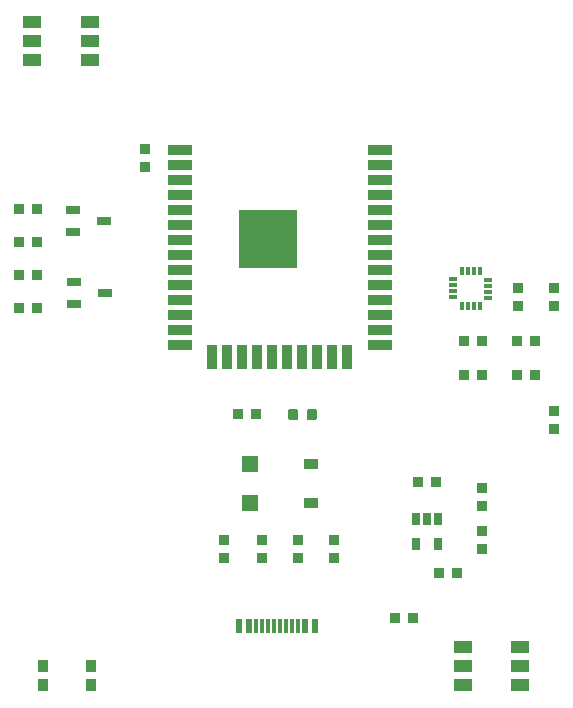
<source format=gtp>
G04 #@! TF.GenerationSoftware,KiCad,Pcbnew,(5.1.5)-3*
G04 #@! TF.CreationDate,2020-06-20T18:16:28+09:00*
G04 #@! TF.ProjectId,esp32-mp3-board,65737033-322d-46d7-9033-2d626f617264,rev?*
G04 #@! TF.SameCoordinates,Original*
G04 #@! TF.FileFunction,Paste,Top*
G04 #@! TF.FilePolarity,Positive*
%FSLAX46Y46*%
G04 Gerber Fmt 4.6, Leading zero omitted, Abs format (unit mm)*
G04 Created by KiCad (PCBNEW (5.1.5)-3) date 2020-06-20 18:16:28*
%MOMM*%
%LPD*%
G04 APERTURE LIST*
%ADD10R,1.500000X1.000000*%
%ADD11R,0.300000X1.160000*%
%ADD12R,0.600000X1.160000*%
%ADD13R,1.220000X0.650000*%
%ADD14R,0.900000X1.000000*%
%ADD15R,0.650000X1.060000*%
%ADD16R,5.000000X5.000000*%
%ADD17R,2.000000X0.900000*%
%ADD18R,0.900000X2.000000*%
%ADD19R,0.900000X0.900000*%
%ADD20R,1.397000X1.397000*%
%ADD21R,0.889000X0.889000*%
%ADD22R,0.750000X0.300000*%
%ADD23R,0.300000X0.750000*%
%ADD24C,0.100000*%
%ADD25R,1.200000X0.900000*%
G04 APERTURE END LIST*
D10*
X167420000Y-121600000D03*
X167420000Y-120000000D03*
X167420000Y-118400000D03*
X162520000Y-121600000D03*
X162520000Y-120000000D03*
X162520000Y-118400000D03*
X126074000Y-65456000D03*
X126074000Y-67056000D03*
X126074000Y-68656000D03*
X130974000Y-65456000D03*
X130974000Y-67056000D03*
X130974000Y-68656000D03*
D11*
X146062000Y-116616000D03*
X146562000Y-116616000D03*
X147062000Y-116616000D03*
X145062000Y-116616000D03*
X145562000Y-116616000D03*
X148062000Y-116616000D03*
X147562000Y-116616000D03*
X148562000Y-116616000D03*
D12*
X144412000Y-116616000D03*
X144412000Y-116616000D03*
X143612000Y-116616000D03*
X143612000Y-116616000D03*
X149212000Y-116616000D03*
X150012000Y-116616000D03*
X149212000Y-116616000D03*
X150012000Y-116616000D03*
D13*
X132247000Y-88392000D03*
X129627000Y-89342000D03*
X129627000Y-87442000D03*
X129510001Y-81347001D03*
X129510001Y-83247001D03*
X132130001Y-82297001D03*
D14*
X126982000Y-119977000D03*
X126982000Y-121577000D03*
X131082000Y-119977000D03*
X131082000Y-121577000D03*
D15*
X160462000Y-107485000D03*
X159512000Y-107485000D03*
X158562000Y-107485000D03*
X158562000Y-109685000D03*
X160462000Y-109685000D03*
D16*
X146066000Y-83827000D03*
D17*
X138566000Y-76327000D03*
X138566000Y-77597000D03*
X138566000Y-78867000D03*
X138566000Y-80137000D03*
X138566000Y-81407000D03*
X138566000Y-82677000D03*
X138566000Y-83947000D03*
X138566000Y-85217000D03*
X138566000Y-86487000D03*
X138566000Y-87757000D03*
X138566000Y-89027000D03*
X138566000Y-90297000D03*
X138566000Y-91567000D03*
X138566000Y-92837000D03*
D18*
X141351000Y-93837000D03*
X142621000Y-93837000D03*
X143891000Y-93837000D03*
X145161000Y-93837000D03*
X146431000Y-93837000D03*
X147701000Y-93837000D03*
X148971000Y-93837000D03*
X150241000Y-93837000D03*
X151511000Y-93837000D03*
X152781000Y-93837000D03*
D17*
X155566000Y-92837000D03*
X155566000Y-91567000D03*
X155566000Y-90297000D03*
X155566000Y-89027000D03*
X155566000Y-87757000D03*
X155566000Y-86487000D03*
X155566000Y-85217000D03*
X155566000Y-83947000D03*
X155566000Y-82677000D03*
X155566000Y-81407000D03*
X155566000Y-80137000D03*
X155566000Y-78867000D03*
X155566000Y-77597000D03*
X155566000Y-76327000D03*
D19*
X142367000Y-110871000D03*
X142367000Y-109347000D03*
X164211000Y-104902000D03*
X164211000Y-106426000D03*
X167259000Y-88011000D03*
X167259000Y-89535000D03*
X162687000Y-92456000D03*
X164211000Y-92456000D03*
X164211000Y-110109000D03*
X164211000Y-108585000D03*
X160528000Y-112141000D03*
X162052000Y-112141000D03*
X135636000Y-77724000D03*
X135636000Y-76200000D03*
X124968000Y-86868000D03*
X126492000Y-86868000D03*
X170307000Y-89535000D03*
X170307000Y-88011000D03*
X170307000Y-98425000D03*
X170307000Y-99949000D03*
D20*
X144526000Y-102870000D03*
X144526000Y-106172000D03*
D21*
X167132000Y-95377000D03*
X168656000Y-95377000D03*
X168656000Y-92456000D03*
X167132000Y-92456000D03*
X151638000Y-110871000D03*
X151638000Y-109347000D03*
X160274000Y-104394000D03*
X158750000Y-104394000D03*
X162687000Y-95377000D03*
X164211000Y-95377000D03*
X124968000Y-89662000D03*
X126492000Y-89662000D03*
X126492000Y-81280000D03*
X124968000Y-81280000D03*
X126492000Y-84074000D03*
X124968000Y-84074000D03*
X158369000Y-115951000D03*
X156845000Y-115951000D03*
X145034000Y-98679000D03*
X143510000Y-98679000D03*
X145542000Y-109347000D03*
X145542000Y-110871000D03*
X148590000Y-110871000D03*
X148590000Y-109347000D03*
D22*
X161755000Y-88739000D03*
X161755000Y-88239000D03*
X161755000Y-87239000D03*
X161755000Y-87739000D03*
D23*
X163975000Y-89499000D03*
X163475000Y-89499000D03*
X162975000Y-89499000D03*
X162475000Y-89499000D03*
X162475000Y-86519000D03*
X162975000Y-86519000D03*
X163475000Y-86519000D03*
X163975000Y-86519000D03*
D22*
X164675000Y-88779000D03*
X164675000Y-88279000D03*
X164675000Y-87779000D03*
X164675000Y-87279000D03*
D24*
G36*
X149998691Y-98205053D02*
G01*
X150019926Y-98208203D01*
X150040750Y-98213419D01*
X150060962Y-98220651D01*
X150080368Y-98229830D01*
X150098781Y-98240866D01*
X150116024Y-98253654D01*
X150131930Y-98268070D01*
X150146346Y-98283976D01*
X150159134Y-98301219D01*
X150170170Y-98319632D01*
X150179349Y-98339038D01*
X150186581Y-98359250D01*
X150191797Y-98380074D01*
X150194947Y-98401309D01*
X150196000Y-98422750D01*
X150196000Y-98935250D01*
X150194947Y-98956691D01*
X150191797Y-98977926D01*
X150186581Y-98998750D01*
X150179349Y-99018962D01*
X150170170Y-99038368D01*
X150159134Y-99056781D01*
X150146346Y-99074024D01*
X150131930Y-99089930D01*
X150116024Y-99104346D01*
X150098781Y-99117134D01*
X150080368Y-99128170D01*
X150060962Y-99137349D01*
X150040750Y-99144581D01*
X150019926Y-99149797D01*
X149998691Y-99152947D01*
X149977250Y-99154000D01*
X149539750Y-99154000D01*
X149518309Y-99152947D01*
X149497074Y-99149797D01*
X149476250Y-99144581D01*
X149456038Y-99137349D01*
X149436632Y-99128170D01*
X149418219Y-99117134D01*
X149400976Y-99104346D01*
X149385070Y-99089930D01*
X149370654Y-99074024D01*
X149357866Y-99056781D01*
X149346830Y-99038368D01*
X149337651Y-99018962D01*
X149330419Y-98998750D01*
X149325203Y-98977926D01*
X149322053Y-98956691D01*
X149321000Y-98935250D01*
X149321000Y-98422750D01*
X149322053Y-98401309D01*
X149325203Y-98380074D01*
X149330419Y-98359250D01*
X149337651Y-98339038D01*
X149346830Y-98319632D01*
X149357866Y-98301219D01*
X149370654Y-98283976D01*
X149385070Y-98268070D01*
X149400976Y-98253654D01*
X149418219Y-98240866D01*
X149436632Y-98229830D01*
X149456038Y-98220651D01*
X149476250Y-98213419D01*
X149497074Y-98208203D01*
X149518309Y-98205053D01*
X149539750Y-98204000D01*
X149977250Y-98204000D01*
X149998691Y-98205053D01*
G37*
G36*
X148423691Y-98205053D02*
G01*
X148444926Y-98208203D01*
X148465750Y-98213419D01*
X148485962Y-98220651D01*
X148505368Y-98229830D01*
X148523781Y-98240866D01*
X148541024Y-98253654D01*
X148556930Y-98268070D01*
X148571346Y-98283976D01*
X148584134Y-98301219D01*
X148595170Y-98319632D01*
X148604349Y-98339038D01*
X148611581Y-98359250D01*
X148616797Y-98380074D01*
X148619947Y-98401309D01*
X148621000Y-98422750D01*
X148621000Y-98935250D01*
X148619947Y-98956691D01*
X148616797Y-98977926D01*
X148611581Y-98998750D01*
X148604349Y-99018962D01*
X148595170Y-99038368D01*
X148584134Y-99056781D01*
X148571346Y-99074024D01*
X148556930Y-99089930D01*
X148541024Y-99104346D01*
X148523781Y-99117134D01*
X148505368Y-99128170D01*
X148485962Y-99137349D01*
X148465750Y-99144581D01*
X148444926Y-99149797D01*
X148423691Y-99152947D01*
X148402250Y-99154000D01*
X147964750Y-99154000D01*
X147943309Y-99152947D01*
X147922074Y-99149797D01*
X147901250Y-99144581D01*
X147881038Y-99137349D01*
X147861632Y-99128170D01*
X147843219Y-99117134D01*
X147825976Y-99104346D01*
X147810070Y-99089930D01*
X147795654Y-99074024D01*
X147782866Y-99056781D01*
X147771830Y-99038368D01*
X147762651Y-99018962D01*
X147755419Y-98998750D01*
X147750203Y-98977926D01*
X147747053Y-98956691D01*
X147746000Y-98935250D01*
X147746000Y-98422750D01*
X147747053Y-98401309D01*
X147750203Y-98380074D01*
X147755419Y-98359250D01*
X147762651Y-98339038D01*
X147771830Y-98319632D01*
X147782866Y-98301219D01*
X147795654Y-98283976D01*
X147810070Y-98268070D01*
X147825976Y-98253654D01*
X147843219Y-98240866D01*
X147861632Y-98229830D01*
X147881038Y-98220651D01*
X147901250Y-98213419D01*
X147922074Y-98208203D01*
X147943309Y-98205053D01*
X147964750Y-98204000D01*
X148402250Y-98204000D01*
X148423691Y-98205053D01*
G37*
D25*
X149733000Y-102871000D03*
X149733000Y-106171000D03*
M02*

</source>
